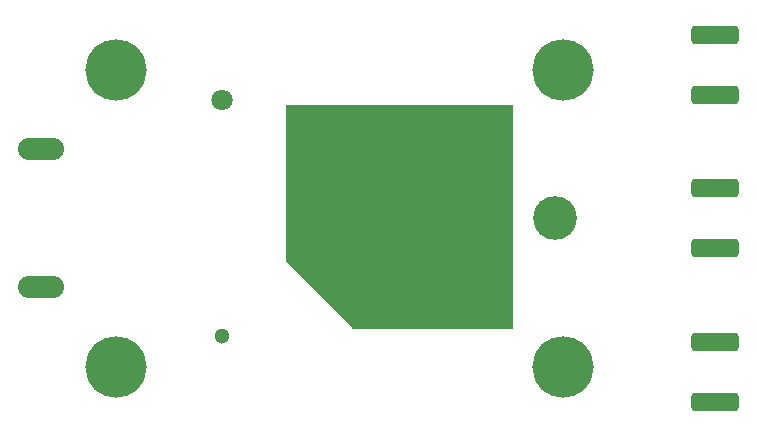
<source format=gbs>
G04*
G04 #@! TF.GenerationSoftware,Altium Limited,Altium Designer,20.1.12 (249)*
G04*
G04 Layer_Color=16711935*
%FSLAX44Y44*%
%MOMM*%
G71*
G04*
G04 #@! TF.SameCoordinates,A9FEEA33-96DE-4984-9D73-42BCD588803D*
G04*
G04*
G04 #@! TF.FilePolarity,Negative*
G04*
G01*
G75*
G04:AMPARAMS|DCode=51|XSize=1.6mm|YSize=4.1mm|CornerRadius=0.425mm|HoleSize=0mm|Usage=FLASHONLY|Rotation=90.000|XOffset=0mm|YOffset=0mm|HoleType=Round|Shape=RoundedRectangle|*
%AMROUNDEDRECTD51*
21,1,1.6000,3.2500,0,0,90.0*
21,1,0.7500,4.1000,0,0,90.0*
1,1,0.8500,1.6250,0.3750*
1,1,0.8500,1.6250,-0.3750*
1,1,0.8500,-1.6250,-0.3750*
1,1,0.8500,-1.6250,0.3750*
%
%ADD51ROUNDEDRECTD51*%
%ADD80C,5.2000*%
%ADD81C,1.3000*%
%ADD82C,1.8000*%
%ADD84O,3.9000X1.9000*%
%ADD128C,3.7000*%
G36*
X426754Y265735D02*
X426753Y180796D01*
X426753Y158684D01*
X426754Y76677D01*
X291058Y76677D01*
X234279Y133455D01*
X234280Y265735D01*
X426754Y265735D01*
D02*
G37*
D51*
X597500Y325500D02*
D03*
Y274500D02*
D03*
Y195500D02*
D03*
Y144500D02*
D03*
Y65500D02*
D03*
Y14500D02*
D03*
D80*
X90750Y295700D02*
D03*
X469250Y44300D02*
D03*
X90750D02*
D03*
X469250Y295700D02*
D03*
D81*
X180000Y70000D02*
D03*
D82*
Y270000D02*
D03*
D84*
X27000Y228500D02*
D03*
Y111500D02*
D03*
D128*
X462500Y170000D02*
D03*
M02*

</source>
